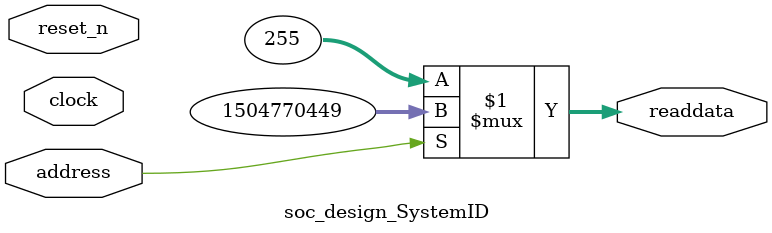
<source format=v>



// synthesis translate_off
`timescale 1ns / 1ps
// synthesis translate_on

// turn off superfluous verilog processor warnings 
// altera message_level Level1 
// altera message_off 10034 10035 10036 10037 10230 10240 10030 

module soc_design_SystemID (
               // inputs:
                address,
                clock,
                reset_n,

               // outputs:
                readdata
             )
;

  output  [ 31: 0] readdata;
  input            address;
  input            clock;
  input            reset_n;

  wire    [ 31: 0] readdata;
  //control_slave, which is an e_avalon_slave
  assign readdata = address ? 1504770449 : 255;

endmodule



</source>
